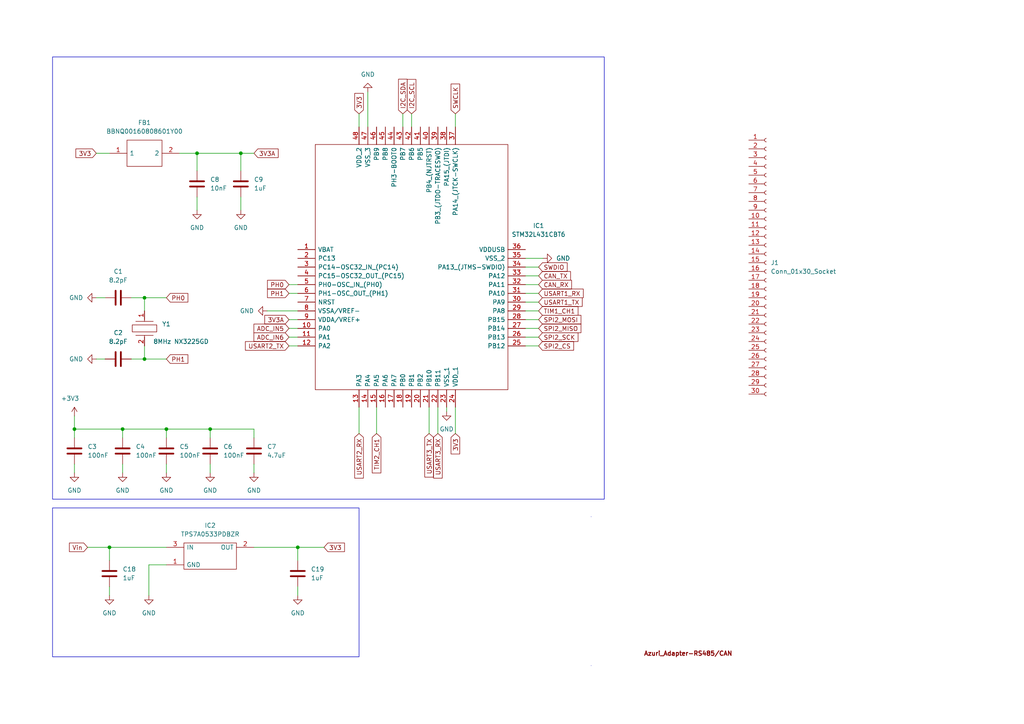
<source format=kicad_sch>
(kicad_sch (version 20230121) (generator eeschema)
  (paper "A4")
  (lib_symbols
    (symbol "Connector:Conn_01x30_Socket" (pin_names (offset 1.016) hide)
      (property "Reference" "J" (at 0 38.1 0))
      (property "Value" "Conn_01x30_Socket" (at 0 -40.64 0))
      (symbol "Conn_01x30_Socket_1_1"
        (arc (start 0 -37.592) (mid -0.5058 -38.1) (end 0 -38.608) (stroke (width 0.1524)))
        (arc (start 0 -35.052) (mid -0.5058 -35.56) (end 0 -36.068) (stroke (width 0.1524)))
        (arc (start 0 -32.512) (mid -0.5058 -33.02) (end 0 -33.528) (stroke (width 0.1524)))
        (arc (start 0 -29.972) (mid -0.5058 -30.48) (end 0 -30.988) (stroke (width 0.1524)))
        (arc (start 0 -27.432) (mid -0.5058 -27.94) (end 0 -28.448) (stroke (width 0.1524)))
        (arc (start 0 -24.892) (mid -0.5058 -25.4) (end 0 -25.908) (stroke (width 0.1524)))
        (arc (start 0 -22.352) (mid -0.5058 -22.86) (end 0 -23.368) (stroke (width 0.1524)))
        (arc (start 0 -19.812) (mid -0.5058 -20.32) (end 0 -20.828) (stroke (width 0.1524)))
        (arc (start 0 -17.272) (mid -0.5058 -17.78) (end 0 -18.288) (stroke (width 0.1524)))
        (arc (start 0 -14.732) (mid -0.5058 -15.24) (end 0 -15.748) (stroke (width 0.1524)))
        (arc (start 0 -12.192) (mid -0.5058 -12.7) (end 0 -13.208) (stroke (width 0.1524)))
        (arc (start 0 -9.652) (mid -0.5058 -10.16) (end 0 -10.668) (stroke (width 0.1524)))
        (arc (start 0 -7.112) (mid -0.5058 -7.62) (end 0 -8.128) (stroke (width 0.1524)))
        (arc (start 0 -4.572) (mid -0.5058 -5.08) (end 0 -5.588) (stroke (width 0.1524)))
        (arc (start 0 -2.032) (mid -0.5058 -2.54) (end 0 -3.048) (stroke (width 0.1524)))
        (polyline (pts (xy -1.27 -38.1) (xy -0.508 -38.1)) (stroke (width 0.1524)))
        (polyline (pts (xy -1.27 -35.56) (xy -0.508 -35.56)) (stroke (width 0.1524)))
        (polyline (pts (xy -1.27 -33.02) (xy -0.508 -33.02)) (stroke (width 0.1524)))
        (polyline (pts (xy -1.27 -30.48) (xy -0.508 -30.48)) (stroke (width 0.1524)))
        (polyline (pts (xy -1.27 -27.94) (xy -0.508 -27.94)) (stroke (width 0.1524)))
        (polyline (pts (xy -1.27 -25.4) (xy -0.508 -25.4)) (stroke (width 0.1524)))
        (polyline (pts (xy -1.27 -22.86) (xy -0.508 -22.86)) (stroke (width 0.1524)))
        (polyline (pts (xy -1.27 -20.32) (xy -0.508 -20.32)) (stroke (width 0.1524)))
        (polyline (pts (xy -1.27 -17.78) (xy -0.508 -17.78)) (stroke (width 0.1524)))
        (polyline (pts (xy -1.27 -15.24) (xy -0.508 -15.24)) (stroke (width 0.1524)))
        (polyline (pts (xy -1.27 -12.7) (xy -0.508 -12.7)) (stroke (width 0.1524)))
        (polyline (pts (xy -1.27 -10.16) (xy -0.508 -10.16)) (stroke (width 0.1524)))
        (polyline (pts (xy -1.27 -7.62) (xy -0.508 -7.62)) (stroke (width 0.1524)))
        (polyline (pts (xy -1.27 -5.08) (xy -0.508 -5.08)) (stroke (width 0.1524)))
        (polyline (pts (xy -1.27 -2.54) (xy -0.508 -2.54)) (stroke (width 0.1524)))
        (polyline (pts (xy -1.27 0) (xy -0.508 0)) (stroke (width 0.1524)))
        (polyline (pts (xy -1.27 2.54) (xy -0.508 2.54)) (stroke (width 0.1524)))
        (polyline (pts (xy -1.27 5.08) (xy -0.508 5.08)) (stroke (width 0.1524)))
        (polyline (pts (xy -1.27 7.62) (xy -0.508 7.62)) (stroke (width 0.1524)))
        (polyline (pts (xy -1.27 10.16) (xy -0.508 10.16)) (stroke (width 0.1524)))
        (polyline (pts (xy -1.27 12.7) (xy -0.508 12.7)) (stroke (width 0.1524)))
        (polyline (pts (xy -1.27 15.24) (xy -0.508 15.24)) (stroke (width 0.1524)))
        (polyline (pts (xy -1.27 17.78) (xy -0.508 17.78)) (stroke (width 0.1524)))
        (polyline (pts (xy -1.27 20.32) (xy -0.508 20.32)) (stroke (width 0.1524)))
        (polyline (pts (xy -1.27 22.86) (xy -0.508 22.86)) (stroke (width 0.1524)))
        (polyline (pts (xy -1.27 25.4) (xy -0.508 25.4)) (stroke (width 0.1524)))
        (polyline (pts (xy -1.27 27.94) (xy -0.508 27.94)) (stroke (width 0.1524)))
        (polyline (pts (xy -1.27 30.48) (xy -0.508 30.48)) (stroke (width 0.1524)))
        (polyline (pts (xy -1.27 33.02) (xy -0.508 33.02)) (stroke (width 0.1524)))
        (polyline (pts (xy -1.27 35.56) (xy -0.508 35.56)) (stroke (width 0.1524)))
        (arc (start 0 0.508) (mid -0.5058 0) (end 0 -0.508) (stroke (width 0.1524)))
        (arc (start 0 3.048) (mid -0.5058 2.54) (end 0 2.032) (stroke (width 0.1524)))
        (arc (start 0 5.588) (mid -0.5058 5.08) (end 0 4.572) (stroke (width 0.1524)))
        (arc (start 0 8.128) (mid -0.5058 7.62) (end 0 7.112) (stroke (width 0.1524)))
        (arc (start 0 10.668) (mid -0.5058 10.16) (end 0 9.652) (stroke (width 0.1524)))
        (arc (start 0 13.208) (mid -0.5058 12.7) (end 0 12.192) (stroke (width 0.1524)))
        (arc (start 0 15.748) (mid -0.5058 15.24) (end 0 14.732) (stroke (width 0.1524)))
        (arc (start 0 18.288) (mid -0.5058 17.78) (end 0 17.272) (stroke (width 0.1524)))
        (arc (start 0 20.828) (mid -0.5058 20.32) (end 0 19.812) (stroke (width 0.1524)))
        (arc (start 0 23.368) (mid -0.5058 22.86) (end 0 22.352) (stroke (width 0.1524)))
        (arc (start 0 25.908) (mid -0.5058 25.4) (end 0 24.892) (stroke (width 0.1524)))
        (arc (start 0 28.448) (mid -0.5058 27.94) (end 0 27.432) (stroke (width 0.1524)))
        (arc (start 0 30.988) (mid -0.5058 30.48) (end 0 29.972) (stroke (width 0.1524)))
        (arc (start 0 33.528) (mid -0.5058 33.02) (end 0 32.512) (stroke (width 0.1524)))
        (arc (start 0 36.068) (mid -0.5058 35.56) (end 0 35.052) (stroke (width 0.1524)))
        (pin passive line (at -5.08 35.56 0) (length 3.81) (name "Pin_1") (number "1"))
        (pin passive line (at -5.08 12.7 0) (length 3.81) (name "Pin_10") (number "10"))
        (pin passive line (at -5.08 10.16 0) (length 3.81) (name "Pin_11") (number "11"))
        (pin passive line (at -5.08 7.62 0) (length 3.81) (name "Pin_12") (number "12"))
        (pin passive line (at -5.08 5.08 0) (length 3.81) (name "Pin_13") (number "13"))
        (pin passive line (at -5.08 2.54 0) (length 3.81) (name "Pin_14") (number "14"))
        (pin passive line (at -5.08 0 0) (length 3.81) (name "Pin_15") (number "15"))
        (pin passive line (at -5.08 -2.54 0) (length 3.81) (name "Pin_16") (number "16"))
        (pin passive line (at -5.08 -5.08 0) (length 3.81) (name "Pin_17") (number "17"))
        (pin passive line (at -5.08 -7.62 0) (length 3.81) (name "Pin_18") (number "18"))
        (pin passive line (at -5.08 -10.16 0) (length 3.81) (name "Pin_19") (number "19"))
        (pin passive line (at -5.08 33.02 0) (length 3.81) (name "Pin_2") (number "2"))
        (pin passive line (at -5.08 -12.7 0) (length 3.81) (name "Pin_20") (number "20"))
        (pin passive line (at -5.08 -15.24 0) (length 3.81) (name "Pin_21") (number "21"))
        (pin passive line (at -5.08 -17.78 0) (length 3.81) (name "Pin_22") (number "22"))
        (pin passive line (at -5.08 -20.32 0) (length 3.81) (name "Pin_23") (number "23"))
        (pin passive line (at -5.08 -22.86 0) (length 3.81) (name "Pin_24") (number "24"))
        (pin passive line (at -5.08 -25.4 0) (length 3.81) (name "Pin_25") (number "25"))
        (pin passive line (at -5.08 -27.94 0) (length 3.81) (name "Pin_26") (number "26"))
        (pin passive line (at -5.08 -30.48 0) (length 3.81) (name "Pin_27") (number "27"))
        (pin passive line (at -5.08 -33.02 0) (length 3.81) (name "Pin_28") (number "28"))
        (pin passive line (at -5.08 -35.56 0) (length 3.81) (name "Pin_29") (number "29"))
        (pin passive line (at -5.08 30.48 0) (length 3.81) (name "Pin_3") (number "3"))
        (pin passive line (at -5.08 -38.1 0) (length 3.81) (name "Pin_30") (number "30"))
        (pin passive line (at -5.08 27.94 0) (length 3.81) (name "Pin_4") (number "4"))
        (pin passive line (at -5.08 25.4 0) (length 3.81) (name "Pin_5") (number "5"))
        (pin passive line (at -5.08 22.86 0) (length 3.81) (name "Pin_6") (number "6"))
        (pin passive line (at -5.08 20.32 0) (length 3.81) (name "Pin_7") (number "7"))
        (pin passive line (at -5.08 17.78 0) (length 3.81) (name "Pin_8") (number "8"))
        (pin passive line (at -5.08 15.24 0) (length 3.81) (name "Pin_9") (number "9"))
      )
    )
    (symbol "Device:C" (pin_numbers hide) (pin_names (offset 0.254))
      (property "Reference" "C" (at 0.635 2.54 0))
      (property "Value" "C" (at 0.635 -2.54 0))
      (symbol "C_0_1"
        (polyline (pts (xy -2.032 -0.762) (xy 2.032 -0.762)) (stroke (width 0.508)))
        (polyline (pts (xy -2.032 0.762) (xy 2.032 0.762)) (stroke (width 0.508)))
      )
      (symbol "C_1_1"
        (pin passive line (at 0 3.81 270) (length 2.794) (name "~") (number "1"))
        (pin passive line (at 0 -3.81 90) (length 2.794) (name "~") (number "2"))
      )
    )
    (symbol "RedPinkAzuriBoard:BBNQ00160808601Y00" (pin_names (offset 0.762))
      (property "Reference" "FB" (at 16.51 7.62 0))
      (property "Value" "BBNQ00160808601Y00" (at 16.51 5.08 0))
      (symbol "BBNQ00160808601Y00_0_0"
        (pin passive line (at 0 -1.27 0) (length 5.08) (name "1") (number "1"))
        (pin passive line (at 20.32 -1.27 180) (length 5.08) (name "2") (number "2"))
      )
      (symbol "BBNQ00160808601Y00_0_1"
        (polyline (pts (xy 5.08 2.54) (xy 15.24 2.54) (xy 15.24 -5.08) (xy 5.08 -5.08) (xy 5.08 2.54)) (stroke (width 0.1524)))
      )
    )
    (symbol "RedPinkAzuriBoard:NX3225GD-8MHZ-STD-CRA-3" (pin_names (offset 0.762))
      (property "Reference" "Y" (at 8.89 6.35 0))
      (property "Value" "NX3225GD-8MHZ-STD-CRA-3" (at 8.89 3.81 0))
      (symbol "NX3225GD-8MHZ-STD-CRA-3_0_0"
        (pin passive line (at 0 0 0) (length 2.54) (name "~") (number "1"))
        (pin passive line (at 10.16 0 180) (length 2.54) (name "~") (number "2"))
      )
      (symbol "NX3225GD-8MHZ-STD-CRA-3_0_1"
        (polyline (pts (xy 3.048 0) (xy 2.54 0)) (stroke (width 0.1524)))
        (polyline (pts (xy 3.048 2.54) (xy 3.048 -2.54)) (stroke (width 0.1524)))
        (polyline (pts (xy 7.112 0) (xy 7.62 0)) (stroke (width 0.1524)))
        (polyline (pts (xy 7.112 2.54) (xy 7.112 -2.54)) (stroke (width 0.1524)))
        (polyline (pts (xy 4.064 3.556) (xy 4.064 -3.556) (xy 6.096 -3.556) (xy 6.096 3.556) (xy 4.064 3.556)) (stroke (width 0.1524)))
      )
    )
    (symbol "RedPinkAzuriBoard:STM32L431CBT6" (pin_names (offset 0.762))
      (property "Reference" "IC" (at 62.23 35.56 0))
      (property "Value" "STM32L431CBT6" (at 62.23 33.02 0))
      (symbol "STM32L431CBT6_0_0"
        (pin power_in line (at 0 0 0) (length 5.08) (name "VBAT") (number "1"))
        (pin passive line (at 0 -22.86 0) (length 5.08) (name "PA0") (number "10"))
        (pin passive line (at 0 -25.4 0) (length 5.08) (name "PA1") (number "11"))
        (pin passive line (at 0 -27.94 0) (length 5.08) (name "PA2") (number "12"))
        (pin passive line (at 17.78 -45.72 90) (length 5.08) (name "PA3") (number "13"))
        (pin passive line (at 20.32 -45.72 90) (length 5.08) (name "PA4") (number "14"))
        (pin passive line (at 22.86 -45.72 90) (length 5.08) (name "PA5") (number "15"))
        (pin passive line (at 25.4 -45.72 90) (length 5.08) (name "PA6") (number "16"))
        (pin passive line (at 27.94 -45.72 90) (length 5.08) (name "PA7") (number "17"))
        (pin passive line (at 30.48 -45.72 90) (length 5.08) (name "PB0") (number "18"))
        (pin passive line (at 33.02 -45.72 90) (length 5.08) (name "PB1") (number "19"))
        (pin passive line (at 0 -2.54 0) (length 5.08) (name "PC13") (number "2"))
        (pin passive line (at 35.56 -45.72 90) (length 5.08) (name "PB2") (number "20"))
        (pin passive line (at 38.1 -45.72 90) (length 5.08) (name "PB10") (number "21"))
        (pin passive line (at 40.64 -45.72 90) (length 5.08) (name "PB11") (number "22"))
        (pin power_in line (at 43.18 -45.72 90) (length 5.08) (name "VSS_1") (number "23"))
        (pin power_in line (at 45.72 -45.72 90) (length 5.08) (name "VDD_1") (number "24"))
        (pin passive line (at 66.04 -27.94 180) (length 5.08) (name "PB12") (number "25"))
        (pin passive line (at 66.04 -25.4 180) (length 5.08) (name "PB13") (number "26"))
        (pin passive line (at 66.04 -22.86 180) (length 5.08) (name "PB14") (number "27"))
        (pin passive line (at 66.04 -20.32 180) (length 5.08) (name "PB15") (number "28"))
        (pin passive line (at 66.04 -17.78 180) (length 5.08) (name "PA8") (number "29"))
        (pin passive line (at 0 -5.08 0) (length 5.08) (name "PC14-OSC32_IN_(PC14)") (number "3"))
        (pin passive line (at 66.04 -15.24 180) (length 5.08) (name "PA9") (number "30"))
        (pin passive line (at 66.04 -12.7 180) (length 5.08) (name "PA10") (number "31"))
        (pin passive line (at 66.04 -10.16 180) (length 5.08) (name "PA11") (number "32"))
        (pin passive line (at 66.04 -7.62 180) (length 5.08) (name "PA12") (number "33"))
        (pin passive line (at 66.04 -5.08 180) (length 5.08) (name "PA13_(JTMS-SWDIO)") (number "34"))
        (pin power_in line (at 66.04 -2.54 180) (length 5.08) (name "VSS_2") (number "35"))
        (pin power_in line (at 66.04 0 180) (length 5.08) (name "VDDUSB") (number "36"))
        (pin passive line (at 45.72 35.56 270) (length 5.08) (name "PA14_(JTCK-SWCLK)") (number "37"))
        (pin passive line (at 43.18 35.56 270) (length 5.08) (name "PA15_(JTDI)") (number "38"))
        (pin passive line (at 40.64 35.56 270) (length 5.08) (name "PB3_(JTDO-TRACESWO)") (number "39"))
        (pin passive line (at 0 -7.62 0) (length 5.08) (name "PC15-OSC32_OUT_(PC15)") (number "4"))
        (pin passive line (at 38.1 35.56 270) (length 5.08) (name "PB4_(NJTRST)") (number "40"))
        (pin passive line (at 35.56 35.56 270) (length 5.08) (name "PB5") (number "41"))
        (pin passive line (at 33.02 35.56 270) (length 5.08) (name "PB6") (number "42"))
        (pin passive line (at 30.48 35.56 270) (length 5.08) (name "PB7") (number "43"))
        (pin passive line (at 27.94 35.56 270) (length 5.08) (name "PH3-BOOT0") (number "44"))
        (pin passive line (at 25.4 35.56 270) (length 5.08) (name "PB8") (number "45"))
        (pin passive line (at 22.86 35.56 270) (length 5.08) (name "PB9") (number "46"))
        (pin power_in line (at 20.32 35.56 270) (length 5.08) (name "VSS_3") (number "47"))
        (pin power_in line (at 17.78 35.56 270) (length 5.08) (name "VDD_2") (number "48"))
        (pin passive line (at 0 -10.16 0) (length 5.08) (name "PH0-OSC_IN_(PH0)") (number "5"))
        (pin passive line (at 0 -12.7 0) (length 5.08) (name "PH1-OSC_OUT_(PH1)") (number "6"))
        (pin passive line (at 0 -15.24 0) (length 5.08) (name "NRST") (number "7"))
        (pin power_in line (at 0 -17.78 0) (length 5.08) (name "VSSA/VREF-") (number "8"))
        (pin power_in line (at 0 -20.32 0) (length 5.08) (name "VDDA/VREF+") (number "9"))
      )
      (symbol "STM32L431CBT6_0_1"
        (polyline (pts (xy 5.08 30.48) (xy 60.96 30.48) (xy 60.96 -40.64) (xy 5.08 -40.64) (xy 5.08 30.48)) (stroke (width 0.1524)))
      )
    )
    (symbol "RedPinkAzuriBoard:TPS7A0533PDBZR" (pin_names (offset 0.762))
      (property "Reference" "IC2" (at 12.7 7.62 0))
      (property "Value" "TPS7A0533PDBZR" (at 12.7 5.08 0))
      (symbol "TPS7A0533PDBZR_0_0"
        (pin power_in line (at 0 -3.81 0) (length 5.08) (name "GND") (number "1"))
        (pin output line (at 25.4 1.27 180) (length 5.08) (name "OUT") (number "2"))
        (pin input line (at 0 1.27 0) (length 5.08) (name "IN") (number "3"))
      )
      (symbol "TPS7A0533PDBZR_0_1"
        (polyline (pts (xy 5.08 2.54) (xy 20.32 2.54) (xy 20.32 -5.08) (xy 5.08 -5.08) (xy 5.08 2.54)) (stroke (width 0.1524)))
      )
    )
    (symbol "power:+3V3" (power) (pin_names (offset 0))
      (property "Value" "+3V3" (at 0 3.556 0))
      (symbol "+3V3_0_1"
        (polyline (pts (xy -0.762 1.27) (xy 0 2.54)))
        (polyline (pts (xy 0 0) (xy 0 2.54)))
        (polyline (pts (xy 0 2.54) (xy 0.762 1.27)))
      )
      (symbol "+3V3_1_1"
        (pin power_in line (at 0 0 90) (length 0) hide (name "+3V3") (number "1"))
      )
    )
    (symbol "power:GND" (power) (pin_names (offset 0))
      (property "Value" "GND" (at 0 -3.81 0))
      (symbol "GND_0_1"
        (polyline (pts (xy 0 0) (xy 0 -1.27) (xy 1.27 -1.27) (xy 0 -2.54) (xy -1.27 -1.27) (xy 0 -1.27)))
      )
      (symbol "GND_1_1"
        (pin power_in line (at 0 0 270) (length 0) hide (name "GND") (number "1"))
      )
    )
  )
  (junction (at 57.15 44.45))
  (junction (at 86.36 158.75))
  (junction (at 31.75 158.75))
  (junction (at 60.96 124.46))
  (junction (at 69.85 44.45))
  (junction (at 35.56 124.46))
  (junction (at 41.91 104.14))
  (junction (at 48.26 124.46))
  (junction (at 41.91 86.36))
  (junction (at 21.59 124.46))
  (wire (pts (xy 73.66 158.75) (xy 86.36 158.75)))
  (wire (pts (xy 69.85 57.15) (xy 69.85 60.96)))
  (wire (pts (xy 152.4 82.55) (xy 156.21 82.55)))
  (wire (pts (xy 69.85 44.45) (xy 73.66 44.45)))
  (wire (pts (xy 27.94 86.36) (xy 30.48 86.36)))
  (wire (pts (xy 52.07 44.45) (xy 57.15 44.45)))
  (wire (pts (xy 21.59 127) (xy 21.59 124.46)))
  (wire (pts (xy 60.96 124.46) (xy 60.96 127)))
  (wire (pts (xy 152.4 74.93) (xy 157.48 74.93)))
  (wire (pts (xy 31.75 158.75) (xy 31.75 162.56)))
  (wire (pts (xy 119.38 33.02) (xy 119.38 36.83)))
  (wire (pts (xy 57.15 57.15) (xy 57.15 60.96)))
  (wire (pts (xy 152.4 92.71) (xy 156.21 92.71)))
  (wire (pts (xy 57.15 44.45) (xy 69.85 44.45)))
  (wire (pts (xy 35.56 124.46) (xy 48.26 124.46)))
  (wire (pts (xy 21.59 134.62) (xy 21.59 137.16)))
  (wire (pts (xy 152.4 97.79) (xy 156.21 97.79)))
  (wire (pts (xy 73.66 134.62) (xy 73.66 137.16)))
  (wire (pts (xy 41.91 100.33) (xy 41.91 104.14)))
  (wire (pts (xy 57.15 44.45) (xy 57.15 49.53)))
  (wire (pts (xy 77.47 90.17) (xy 86.36 90.17)))
  (wire (pts (xy 109.22 118.11) (xy 109.22 125.73)))
  (wire (pts (xy 152.4 80.01) (xy 156.21 80.01)))
  (wire (pts (xy 132.08 33.02) (xy 132.08 36.83)))
  (wire (pts (xy 83.82 100.33) (xy 86.36 100.33)))
  (wire (pts (xy 35.56 134.62) (xy 35.56 137.16)))
  (wire (pts (xy 31.75 170.18) (xy 31.75 172.72)))
  (wire (pts (xy 41.91 104.14) (xy 38.1 104.14)))
  (wire (pts (xy 86.36 158.75) (xy 93.98 158.75)))
  (wire (pts (xy 132.08 118.11) (xy 132.08 125.73)))
  (wire (pts (xy 86.36 170.18) (xy 86.36 172.72)))
  (wire (pts (xy 60.96 134.62) (xy 60.96 137.16)))
  (wire (pts (xy 25.4 158.75) (xy 31.75 158.75)))
  (wire (pts (xy 152.4 77.47) (xy 156.21 77.47)))
  (wire (pts (xy 106.68 26.67) (xy 106.68 36.83)))
  (wire (pts (xy 152.4 100.33) (xy 156.21 100.33)))
  (wire (pts (xy 83.82 82.55) (xy 86.36 82.55)))
  (wire (pts (xy 21.59 120.65) (xy 21.59 124.46)))
  (wire (pts (xy 86.36 158.75) (xy 86.36 162.56)))
  (wire (pts (xy 48.26 134.62) (xy 48.26 137.16)))
  (wire (pts (xy 31.75 158.75) (xy 48.26 158.75)))
  (wire (pts (xy 41.91 86.36) (xy 48.26 86.36)))
  (wire (pts (xy 27.94 44.45) (xy 31.75 44.45)))
  (wire (pts (xy 104.14 33.02) (xy 104.14 36.83)))
  (wire (pts (xy 152.4 85.09) (xy 156.21 85.09)))
  (wire (pts (xy 152.4 95.25) (xy 156.21 95.25)))
  (wire (pts (xy 83.82 85.09) (xy 86.36 85.09)))
  (wire (pts (xy 104.14 118.11) (xy 104.14 125.73)))
  (wire (pts (xy 21.59 124.46) (xy 35.56 124.46)))
  (wire (pts (xy 116.84 33.02) (xy 116.84 36.83)))
  (wire (pts (xy 73.66 124.46) (xy 73.66 127)))
  (wire (pts (xy 127 118.11) (xy 127 125.73)))
  (wire (pts (xy 43.18 163.83) (xy 43.18 172.72)))
  (wire (pts (xy 48.26 124.46) (xy 48.26 127)))
  (wire (pts (xy 43.18 163.83) (xy 48.26 163.83)))
  (wire (pts (xy 41.91 104.14) (xy 48.26 104.14)))
  (wire (pts (xy 83.82 97.79) (xy 86.36 97.79)))
  (wire (pts (xy 69.85 44.45) (xy 69.85 49.53)))
  (wire (pts (xy 60.96 124.46) (xy 73.66 124.46)))
  (wire (pts (xy 48.26 124.46) (xy 60.96 124.46)))
  (wire (pts (xy 124.46 118.11) (xy 124.46 125.73)))
  (wire (pts (xy 35.56 124.46) (xy 35.56 127)))
  (wire (pts (xy 38.1 86.36) (xy 41.91 86.36)))
  (wire (pts (xy 83.82 95.25) (xy 86.36 95.25)))
  (wire (pts (xy 152.4 87.63) (xy 156.21 87.63)))
  (wire (pts (xy 41.91 86.36) (xy 41.91 90.17)))
  (wire (pts (xy 152.4 90.17) (xy 156.21 90.17)))
  (wire (pts (xy 27.94 104.14) (xy 30.48 104.14)))
  (wire (pts (xy 129.54 118.11) (xy 129.54 119.38)))
  (wire (pts (xy 83.82 92.71) (xy 86.36 92.71)))
  (rectangle (start 15.24 147.32) (end 104.14 190.5))
  (rectangle (start 15.24 16.51) (end 175.26 144.78))
  (rectangle (start 171.45 193.04) (end 171.45 193.04))
  (rectangle (start 171.45 149.86) (end 171.45 149.86))
  (text "Azuri_Adapter-RS485/CAN" (at 186.69 190.5 0) (effects (font (size 1.27 1.27) (thickness 0.254) bold) (justify left bottom)))
  (global_label "USART3_RX" (shape input) (at 127 125.73 270) (property "Intersheetrefs" "${INTERSHEET_REFS}" (effects hide)))
  (global_label "PH0" (shape input) (at 48.26 86.36 0) (property "Intersheetrefs" "${INTERSHEET_REFS}" (effects hide)))
  (global_label "USART1_TX" (shape input) (at 156.21 87.63 0) (property "Intersheetrefs" "${INTERSHEET_REFS}" (effects hide)))
  (global_label "PH1" (shape input) (at 48.26 104.14 0) (property "Intersheetrefs" "${INTERSHEET_REFS}" (effects hide)))
  (global_label "PH0" (shape input) (at 83.82 82.55 180) (property "Intersheetrefs" "${INTERSHEET_REFS}" (effects hide)))
  (global_label "USART1_RX" (shape input) (at 156.21 85.09 0) (property "Intersheetrefs" "${INTERSHEET_REFS}" (effects hide)))
  (global_label "PH1" (shape input) (at 83.82 85.09 180) (property "Intersheetrefs" "${INTERSHEET_REFS}" (effects hide)))
  (global_label "3V3A" (shape input) (at 83.82 92.71 180) (property "Intersheetrefs" "${INTERSHEET_REFS}" (effects hide)))
  (global_label "I2C_SDA" (shape input) (at 116.84 33.02 90) (property "Intersheetrefs" "${INTERSHEET_REFS}" (effects hide)))
  (global_label "SPI2_CS" (shape input) (at 156.21 100.33 0) (property "Intersheetrefs" "${INTERSHEET_REFS}" (effects hide)))
  (global_label "Vin" (shape input) (at 25.4 158.75 180) (property "Intersheetrefs" "${INTERSHEET_REFS}" (effects hide)))
  (global_label "3V3" (shape input) (at 104.14 33.02 90) (property "Intersheetrefs" "${INTERSHEET_REFS}" (effects hide)))
  (global_label "3V3A" (shape input) (at 73.66 44.45 0) (property "Intersheetrefs" "${INTERSHEET_REFS}" (effects hide)))
  (global_label "TIM2_CH1" (shape input) (at 109.22 125.73 270) (property "Intersheetrefs" "${INTERSHEET_REFS}" (effects hide)))
  (global_label "SPI2_MOSI" (shape input) (at 156.21 92.71 0) (property "Intersheetrefs" "${INTERSHEET_REFS}" (effects hide)))
  (global_label "SWCLK" (shape input) (at 132.08 33.02 90) (property "Intersheetrefs" "${INTERSHEET_REFS}" (effects hide)))
  (global_label "SPI2_SCK" (shape input) (at 156.21 97.79 0) (property "Intersheetrefs" "${INTERSHEET_REFS}" (effects hide)))
  (global_label "CAN_RX" (shape input) (at 156.21 82.55 0) (property "Intersheetrefs" "${INTERSHEET_REFS}" (effects hide)))
  (global_label "ADC_IN6" (shape input) (at 83.82 97.79 180) (property "Intersheetrefs" "${INTERSHEET_REFS}" (effects hide)))
  (global_label "SPI2_MISO" (shape input) (at 156.21 95.25 0) (property "Intersheetrefs" "${INTERSHEET_REFS}" (effects hide)))
  (global_label "USART3_TX" (shape input) (at 124.46 125.73 270) (property "Intersheetrefs" "${INTERSHEET_REFS}" (effects hide)))
  (global_label "USART2_RX" (shape input) (at 104.14 125.73 270) (property "Intersheetrefs" "${INTERSHEET_REFS}" (effects hide)))
  (global_label "CAN_TX" (shape input) (at 156.21 80.01 0) (property "Intersheetrefs" "${INTERSHEET_REFS}" (effects hide)))
  (global_label "USART2_TX" (shape input) (at 83.82 100.33 180) (property "Intersheetrefs" "${INTERSHEET_REFS}" (effects hide)))
  (global_label "I2C_SCL" (shape input) (at 119.38 33.02 90) (property "Intersheetrefs" "${INTERSHEET_REFS}" (effects hide)))
  (global_label "3V3" (shape input) (at 93.98 158.75 0) (property "Intersheetrefs" "${INTERSHEET_REFS}" (effects hide)))
  (global_label "3V3" (shape input) (at 132.08 125.73 270) (property "Intersheetrefs" "${INTERSHEET_REFS}" (effects hide)))
  (global_label "3V3" (shape input) (at 27.94 44.45 180) (property "Intersheetrefs" "${INTERSHEET_REFS}" (effects hide)))
  (global_label "SWDIO" (shape input) (at 156.21 77.47 0) (property "Intersheetrefs" "${INTERSHEET_REFS}" (effects hide)))
  (global_label "TIM1_CH1" (shape input) (at 156.21 90.17 0) (property "Intersheetrefs" "${INTERSHEET_REFS}" (effects hide)))
  (global_label "ADC_IN5" (shape input) (at 83.82 95.25 180) (property "Intersheetrefs" "${INTERSHEET_REFS}" (effects hide)))
  (symbol (lib_id "Device:C") (at 48.26 130.81 0) (unit 1)
    (property "Reference" "C5" (at 52.07 129.54 0) (effects (justify left)))
    (property "Value" "100nF" (at 52.07 132.08 0) (effects (justify left)))
    (property "Footprint" "Capacitor_SMD:C_0603_1608Metric_Pad1.08x0.95mm_HandSolder" (effects hide))
  )
  (symbol (lib_id "Device:C") (at 34.29 86.36 90) (unit 1)
    (property "Reference" "C1" (at 34.29 78.74 90))
    (property "Value" "8.2pF" (at 34.29 81.28 90))
    (property "Footprint" "Capacitor_SMD:C_0603_1608Metric_Pad1.08x0.95mm_HandSolder" (effects hide))
  )
  (symbol (lib_id "power:GND") (at 69.85 60.96 0) (unit 1)
    (property "Reference" "#PWR018" (effects hide))
    (property "Value" "GND" (at 69.85 66.04 0))
  )
  (symbol (lib_id "power:GND") (at 31.75 172.72 0) (unit 1)
    (property "Reference" "#PWR034" (effects hide))
    (property "Value" "GND" (at 31.75 177.8 0))
  )
  (symbol (lib_id "Device:C") (at 86.36 166.37 180) (unit 1)
    (property "Reference" "C19" (at 90.17 165.1 0) (effects (justify right)))
    (property "Value" "1uF" (at 90.17 167.64 0) (effects (justify right)))
    (property "Footprint" "Capacitor_SMD:C_0603_1608Metric_Pad1.08x0.95mm_HandSolder" (effects hide))
  )
  (symbol (lib_id "power:GND") (at 73.66 137.16 0) (unit 1)
    (property "Reference" "#PWR016" (effects hide))
    (property "Value" "GND" (at 73.66 142.24 0))
  )
  (symbol (lib_id "Device:C") (at 35.56 130.81 0) (unit 1)
    (property "Reference" "C4" (at 39.37 129.54 0) (effects (justify left)))
    (property "Value" "100nF" (at 39.37 132.08 0) (effects (justify left)))
    (property "Footprint" "Capacitor_SMD:C_0603_1608Metric_Pad1.08x0.95mm_HandSolder" (effects hide))
  )
  (symbol (lib_id "Connector:Conn_01x30_Socket") (at 222.25 76.2 0) (unit 1)
    (property "Reference" "J1" (at 223.52 76.2 0) (effects (justify left)))
    (property "Value" "Conn_01x30_Socket" (at 223.52 78.74 0) (effects (justify left)))
  )
  (symbol (lib_id "power:GND") (at 86.36 172.72 0) (unit 1)
    (property "Reference" "#PWR035" (effects hide))
    (property "Value" "GND" (at 86.36 177.8 0))
  )
  (symbol (lib_id "power:GND") (at 157.48 74.93 90) (unit 1)
    (property "Reference" "#PWR010" (effects hide))
    (property "Value" "GND" (at 161.29 74.93 90) (effects (justify right)))
  )
  (symbol (lib_id "power:GND") (at 35.56 137.16 0) (unit 1)
    (property "Reference" "#PWR012" (effects hide))
    (property "Value" "GND" (at 35.56 142.24 0))
  )
  (symbol (lib_id "power:GND") (at 27.94 86.36 270) (unit 1)
    (property "Reference" "#PWR01" (effects hide))
    (property "Value" "GND" (at 24.13 86.36 90) (effects (justify right)))
  )
  (symbol (lib_id "Device:C") (at 69.85 53.34 0) (unit 1)
    (property "Reference" "C9" (at 73.66 52.07 0) (effects (justify left)))
    (property "Value" "1uF" (at 73.66 54.61 0) (effects (justify left)))
    (property "Footprint" "Capacitor_SMD:C_0603_1608Metric_Pad1.08x0.95mm_HandSolder" (effects hide))
  )
  (symbol (lib_id "Device:C") (at 34.29 104.14 270) (unit 1)
    (property "Reference" "C2" (at 34.29 96.52 90))
    (property "Value" "8.2pF" (at 34.29 99.06 90))
    (property "Footprint" "Capacitor_SMD:C_0603_1608Metric_Pad1.08x0.95mm_HandSolder" (effects hide))
  )
  (symbol (lib_id "power:GND") (at 43.18 172.72 0) (unit 1)
    (property "Reference" "#PWR036" (effects hide))
    (property "Value" "GND" (at 43.18 177.8 0))
  )
  (symbol (lib_id "RedPinkAzuriBoard:STM32L431CBT6") (at 86.36 72.39 0) (unit 1)
    (property "Reference" "IC1" (at 156.21 65.4619 0))
    (property "Value" "STM32L431CBT6" (at 156.21 68.0019 0))
    (property "Footprint" "RedPinkAzuriBoard:STM32L431CBT6" (effects hide))
    (property "Datasheet" "https://www.st.com/resource/en/datasheet/stm32l431cb.pdf" (effects hide))
    (property "Description" "STMicroelectronics STM32L431CBT6, 32bit ARM Cortex M4 MCU, 80MHz, 256 kB Flash, 48-Pin LQFP" (effects hide))
    (property "Height" "1.6" (effects hide))
    (property "Mouser Part Number" "511-STM32L431CBT6" (effects hide))
    (property "Mouser Price/Stock" "https://www.mouser.co.uk/ProductDetail/STMicroelectronics/STM32L431CBT6?qs=U58vgkJzipQlQfAJeHTS0w%3D%3D" (effects hide))
    (property "Manufacturer_Name" "STMicroelectronics" (effects hide))
    (property "Manufacturer_Part_Number" "STM32L431CBT6" (effects hide))
  )
  (symbol (lib_id "power:GND") (at 129.54 119.38 0) (unit 1)
    (property "Reference" "#PWR08" (effects hide))
    (property "Value" "GND" (at 129.54 124.46 0))
  )
  (symbol (lib_id "RedPinkAzuriBoard:NX3225GD-8MHZ-STD-CRA-3") (at 41.91 90.17 270) (unit 1)
    (property "Reference" "Y1" (at 46.99 93.98 90) (effects (justify left)))
    (property "Value" "8MHz NX3225GD" (at 44.45 99.06 90) (effects (justify left)))
    (property "Footprint" "RedPinkAzuriBoard:NX3225GD8MHZSTDCRA3" (effects hide))
    (property "Description" "A small surface-mount type crystal unit, ideal for an engine control CPU clock; delivering the high reliability that is particularly demanded by autom" (effects hide))
    (property "Height" "1" (effects hide))
    (property "Mouser Part Number" "344-NX3225GD8MCRA3" (effects hide))
    (property "Mouser Price/Stock" "https://www.mouser.co.uk/ProductDetail/NDK/NX3225GD-8MHZ-STD-CRA-3?qs=55YtniHzbhDA0fw3anYH2g%3D%3D" (effects hide))
    (property "Manufacturer_Name" "NDK" (effects hide))
    (property "Manufacturer_Part_Number" "NX3225GD-8MHZ-STD-CRA-3" (effects hide))
  )
  (symbol (lib_id "power:+3V3") (at 21.59 120.65 0) (unit 1)
    (property "Reference" "#PWR015" (effects hide))
    (property "Value" "+3V3" (at 20.32 115.57 0))
  )
  (symbol (lib_id "power:GND") (at 106.68 26.67 180) (unit 1)
    (property "Reference" "#PWR09" (effects hide))
    (property "Value" "GND" (at 106.68 21.59 0))
  )
  (symbol (lib_id "power:GND") (at 48.26 137.16 0) (unit 1)
    (property "Reference" "#PWR013" (effects hide))
    (property "Value" "GND" (at 48.26 142.24 0))
  )
  (symbol (lib_id "Device:C") (at 31.75 166.37 180) (unit 1)
    (property "Reference" "C18" (at 35.56 165.1 0) (effects (justify right)))
    (property "Value" "1uF" (at 35.56 167.64 0) (effects (justify right)))
    (property "Footprint" "Capacitor_SMD:C_0603_1608Metric_Pad1.08x0.95mm_HandSolder" (effects hide))
  )
  (symbol (lib_id "RedPinkAzuriBoard:TPS7A0533PDBZR") (at 48.26 160.02 0) (unit 1)
    (property "Reference" "IC2" (at 60.96 152.4 0))
    (property "Value" "TPS7A0533PDBZR" (at 60.96 154.94 0))
    (property "Footprint" "RedPinkAzuriBoard:SOT95P237X112-3N" (effects hide))
    (property "Datasheet" "https://www.ti.com/lit/gpn/TPS7A05" (effects hide))
    (property "Description" "1-A, ultra-low-IQ, 200-mA low-dropout (LDO) regulator in a small-sized package" (effects hide))
    (property "Height" "1.12" (effects hide))
    (property "Mouser Part Number" "595-TPS7A0533PDBZR" (effects hide))
    (property "Mouser Price/Stock" "https://www.mouser.co.uk/ProductDetail/Texas-Instruments/TPS7A0533PDBZR?qs=XeJtXLiO41SvDtfTV1kb9A%3D%3D" (effects hide))
    (property "Manufacturer_Name" "Texas Instruments" (effects hide))
    (property "Manufacturer_Part_Number" "TPS7A0533PDBZR" (effects hide))
  )
  (symbol (lib_id "Device:C") (at 21.59 130.81 0) (unit 1)
    (property "Reference" "C3" (at 25.4 129.54 0) (effects (justify left)))
    (property "Value" "100nF" (at 25.4 132.08 0) (effects (justify left)))
    (property "Footprint" "Capacitor_SMD:C_0603_1608Metric_Pad1.08x0.95mm_HandSolder" (effects hide))
  )
  (symbol (lib_id "power:GND") (at 60.96 137.16 0) (unit 1)
    (property "Reference" "#PWR014" (effects hide))
    (property "Value" "GND" (at 60.96 142.24 0))
  )
  (symbol (lib_id "power:GND") (at 21.59 137.16 0) (unit 1)
    (property "Reference" "#PWR011" (effects hide))
    (property "Value" "GND" (at 21.59 142.24 0))
  )
  (symbol (lib_id "power:GND") (at 27.94 104.14 270) (unit 1)
    (property "Reference" "#PWR02" (effects hide))
    (property "Value" "GND" (at 24.13 104.14 90) (effects (justify right)))
  )
  (symbol (lib_id "Device:C") (at 73.66 130.81 0) (unit 1)
    (property "Reference" "C7" (at 77.47 129.54 0) (effects (justify left)))
    (property "Value" "4.7uF" (at 77.47 132.08 0) (effects (justify left)))
    (property "Footprint" "Capacitor_SMD:C_0603_1608Metric_Pad1.08x0.95mm_HandSolder" (effects hide))
  )
  (symbol (lib_id "RedPinkAzuriBoard:BBNQ00160808601Y00") (at 31.75 43.18 0) (unit 1)
    (property "Reference" "FB1" (at 41.91 35.56 0))
    (property "Value" "BBNQ00160808601Y00" (at 41.91 38.1 0))
    (property "Footprint" "RedPinkAzuriBoard:BEADC1608X95N" (effects hide))
    (property "Description" "Ferrite Beads 160808 600R 200mA" (effects hide))
    (property "Height" "0.95" (effects hide))
    (property "Mouser Part Number" "603-BBNQ160808601Y00" (effects hide))
    (property "Mouser Price/Stock" "https://www.mouser.co.uk/ProductDetail/Pulse-Electronics/BBNQ00160808601Y00?qs=DRkmTr78QAThunQMusLz8w%3D%3D" (effects hide))
    (property "Manufacturer_Name" "Pulse Electronics" (effects hide))
    (property "Manufacturer_Part_Number" "BBNQ00160808601Y00" (effects hide))
  )
  (symbol (lib_id "power:GND") (at 57.15 60.96 0) (unit 1)
    (property "Reference" "#PWR06" (effects hide))
    (property "Value" "GND" (at 57.15 66.04 0))
  )
  (symbol (lib_id "power:GND") (at 77.47 90.17 270) (unit 1)
    (property "Reference" "#PWR04" (effects hide))
    (property "Value" "GND" (at 73.66 90.17 90) (effects (justify right)))
  )
  (symbol (lib_id "Device:C") (at 60.96 130.81 0) (unit 1)
    (property "Reference" "C6" (at 64.77 129.54 0) (effects (justify left)))
    (property "Value" "100nF" (at 64.77 132.08 0) (effects (justify left)))
    (property "Footprint" "Capacitor_SMD:C_0603_1608Metric_Pad1.08x0.95mm_HandSolder" (effects hide))
  )
  (symbol (lib_id "Device:C") (at 57.15 53.34 0) (unit 1)
    (property "Reference" "C8" (at 60.96 52.07 0) (effects (justify left)))
    (property "Value" "10nF" (at 60.96 54.61 0) (effects (justify left)))
    (property "Footprint" "Capacitor_SMD:C_0603_1608Metric_Pad1.08x0.95mm_HandSolder" (effects hide))
  )
)
</source>
